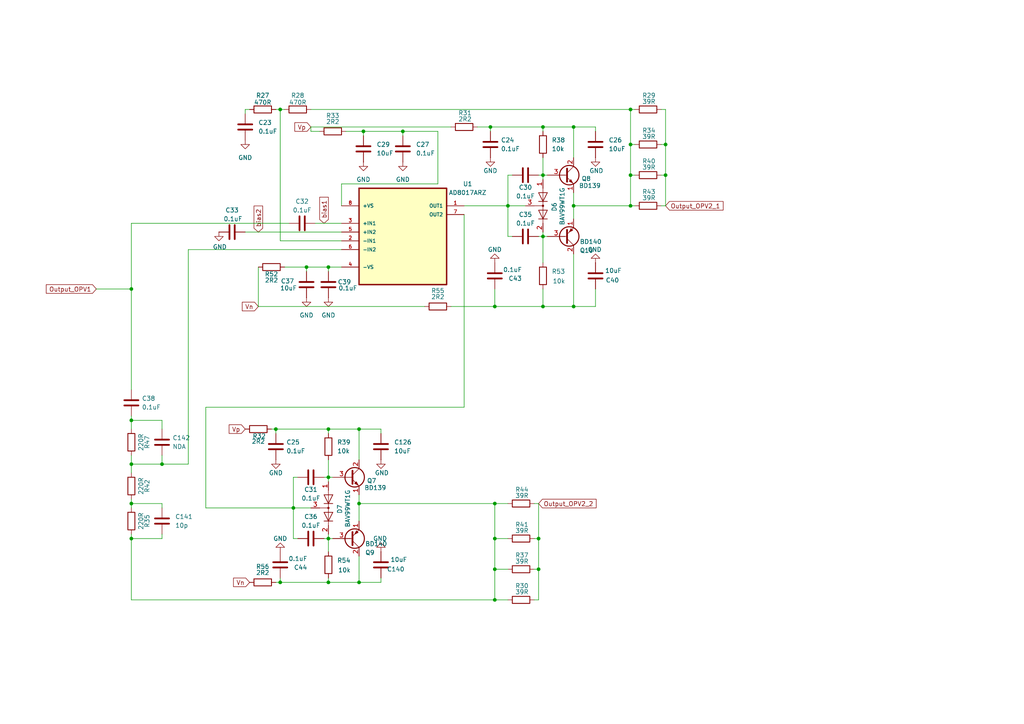
<source format=kicad_sch>
(kicad_sch (version 20231120) (generator "eeschema") (generator_version "8.0")
  (paper "A4")
  (lib_symbols
    (symbol "Device:C" (pin_numbers hide) (pin_names (offset 0.254))
      (property "Reference" "C" (at 0.635 2.54 0))
      (property "Value" "C" (at 0.635 -2.54 0))
      (symbol "C_0_1"
        (polyline (pts (xy -2.032 -0.762) (xy 2.032 -0.762)) (stroke (width 0.508)))
        (polyline (pts (xy -2.032 0.762) (xy 2.032 0.762)) (stroke (width 0.508)))
      )
      (symbol "C_1_1"
        (pin passive line (at 0 3.81 270) (length 2.794) (name "~") (number "1"))
        (pin passive line (at 0 -3.81 90) (length 2.794) (name "~") (number "2"))
      )
    )
    (symbol "Device:R" (pin_numbers hide) (pin_names (offset 0))
      (property "Reference" "R" (at 2.032 0 90))
      (property "Value" "R" (at 0 0 90))
      (symbol "R_0_1"
        (rectangle (start -1.016 -2.54) (end 1.016 2.54) (stroke (width 0.254)))
      )
      (symbol "R_1_1"
        (pin passive line (at 0 3.81 270) (length 1.27) (name "~") (number "1"))
        (pin passive line (at 0 -3.81 90) (length 1.27) (name "~") (number "2"))
      )
    )
    (symbol "Diode:BAV99" (pin_names hide)
      (property "Reference" "D" (at 0 5.08 0))
      (property "Value" "BAV99" (at 0 2.54 0))
      (symbol "BAV99_0_1"
        (polyline (pts (xy -5.08 0) (xy 5.08 0)))
      )
      (symbol "BAV99_1_1"
        (polyline (pts (xy 0 0) (xy 0 -2.54)))
        (polyline (pts (xy -1.27 -1.27) (xy -1.27 1.27) (xy -1.27 1.27)) (stroke (width 0.2032)))
        (polyline (pts (xy 3.81 1.27) (xy 3.81 -1.27) (xy 3.81 -1.27)) (stroke (width 0.2032)))
        (polyline (pts (xy -3.81 1.27) (xy -1.27 0) (xy -3.81 -1.27) (xy -3.81 1.27) (xy -3.81 1.27) (xy -3.81 1.27)) (stroke (width 0.2032)))
        (polyline (pts (xy 1.27 1.27) (xy 3.81 0) (xy 1.27 -1.27) (xy 1.27 1.27) (xy 1.27 1.27) (xy 1.27 1.27)) (stroke (width 0.2032)))
        (circle (center 0 0) (radius 0.254) (fill (type outline)))
        (pin passive line (at -7.62 0 0) (length 2.54) (name "K") (number "1"))
        (pin passive line (at 7.62 0 180) (length 2.54) (name "A") (number "2"))
        (pin passive line (at 0 -5.08 90) (length 2.54) (name "K") (number "3"))
      )
    )
    (symbol "New_Library_0:AD8017ARZ" (pin_names (offset 1.016))
      (property "Reference" "U" (at -4.9163 11.9213 0))
      (property "Value" "AD8017ARZ" (at -7.1327 -21.1179 0))
      (symbol "AD8017ARZ_0_0"
        (rectangle (start -12.7 10.16) (end 12.7 -17.78) (stroke (width 0.4064)) (fill (type background)))
        (pin output line (at 17.78 5.08 180) (length 5.08) (name "OUT1") (number "1"))
        (pin input line (at -17.78 -5.08 0) (length 5.08) (name "-IN1") (number "2"))
        (pin input line (at -17.78 0 0) (length 5.08) (name "+IN1") (number "3"))
        (pin power_in line (at -17.78 -12.7 0) (length 5.08) (name "-VS") (number "4"))
        (pin input line (at -17.78 -2.54 0) (length 5.08) (name "+IN2") (number "5"))
        (pin input line (at -17.78 -7.62 0) (length 5.08) (name "-IN2") (number "6"))
        (pin output line (at 17.78 2.54 180) (length 5.08) (name "OUT2") (number "7"))
        (pin power_in line (at -17.78 5.08 0) (length 5.08) (name "+VS") (number "8"))
      )
    )
    (symbol "Transistor_BJT:BD139" (pin_names (offset 0) hide)
      (property "Reference" "Q" (at 5.08 1.905 0))
      (property "Value" "BD139" (at 5.08 0 0))
      (symbol "BD139_0_1"
        (polyline (pts (xy 0 0) (xy 0.635 0)))
        (polyline (pts (xy 2.54 -2.54) (xy 0.635 -0.635)))
        (polyline (pts (xy 2.54 2.54) (xy 0.635 0.635)))
        (polyline (pts (xy 0.635 1.905) (xy 0.635 -1.905) (xy 0.635 -1.905)) (stroke (width 0.508)) (fill (type outline)))
        (polyline (pts (xy 1.2446 -1.778) (xy 1.7526 -1.27) (xy 2.286 -2.286) (xy 1.2446 -1.778) (xy 1.2446 -1.778)) (fill (type outline)))
        (circle (center 1.27 0) (radius 2.8194) (stroke (width 0.3048)))
      )
      (symbol "BD139_1_1"
        (pin passive line (at 2.54 -5.08 90) (length 2.54) (name "E") (number "1"))
        (pin passive line (at 2.54 5.08 270) (length 2.54) (name "C") (number "2"))
        (pin input line (at -5.08 0 0) (length 5.08) (name "B") (number "3"))
      )
    )
    (symbol "Transistor_BJT:BD140" (pin_names (offset 0) hide)
      (property "Reference" "Q" (at 5.08 1.905 0))
      (property "Value" "BD140" (at 5.08 0 0))
      (symbol "BD140_0_1"
        (polyline (pts (xy 0 0) (xy 0.635 0)))
        (polyline (pts (xy 2.54 -2.54) (xy 0.635 -0.635)))
        (polyline (pts (xy 2.54 2.54) (xy 0.635 0.635)))
        (polyline (pts (xy 0.635 1.905) (xy 0.635 -1.905) (xy 0.635 -1.905)) (stroke (width 0.508)) (fill (type outline)))
        (polyline (pts (xy 1.778 -2.286) (xy 2.286 -1.778) (xy 1.27 -1.27) (xy 1.778 -2.286) (xy 1.778 -2.286)) (fill (type outline)))
        (circle (center 1.27 0) (radius 2.8194) (stroke (width 0.3048)))
      )
      (symbol "BD140_1_1"
        (pin passive line (at 2.54 -5.08 90) (length 2.54) (name "E") (number "1"))
        (pin passive line (at 2.54 5.08 270) (length 2.54) (name "C") (number "2"))
        (pin input line (at -5.08 0 0) (length 5.08) (name "B") (number "3"))
      )
    )
    (symbol "power:GND" (power) (pin_numbers hide) (pin_names (offset 0) hide)
      (property "Value" "GND" (at 0 -3.81 0))
      (symbol "GND_0_1"
        (polyline (pts (xy 0 0) (xy 0 -1.27) (xy 1.27 -1.27) (xy 0 -2.54) (xy -1.27 -1.27) (xy 0 -1.27)))
      )
      (symbol "GND_1_1"
        (pin power_in line (at 0 0 270) (length 0) (name "~") (number "1"))
      )
    )
  )
  (junction (at 182.88 59.69))
  (junction (at 80.01 124.46))
  (junction (at 157.48 68.58))
  (junction (at 81.28 168.91))
  (junction (at 157.48 50.8))
  (junction (at 95.25 77.47))
  (junction (at 182.88 31.75))
  (junction (at 95.25 124.46))
  (junction (at 38.1 121.92))
  (junction (at 143.51 173.99))
  (junction (at 142.24 36.83))
  (junction (at 193.04 50.8))
  (junction (at 104.14 146.05))
  (junction (at 105.41 38.1))
  (junction (at 166.37 88.9))
  (junction (at 95.25 138.43))
  (junction (at 104.14 168.91))
  (junction (at 143.51 88.9))
  (junction (at 85.09 147.32))
  (junction (at 88.9 77.47))
  (junction (at 157.48 88.9))
  (junction (at 104.14 124.46))
  (junction (at 143.51 146.05))
  (junction (at 95.25 168.91))
  (junction (at 143.51 156.21))
  (junction (at 147.32 59.69))
  (junction (at 182.88 50.8))
  (junction (at 38.1 146.05))
  (junction (at 156.21 165.1))
  (junction (at 143.51 165.1))
  (junction (at 157.48 36.83))
  (junction (at 46.99 134.62))
  (junction (at 193.04 41.91))
  (junction (at 38.1 156.21))
  (junction (at 116.84 38.1))
  (junction (at 156.21 156.21))
  (junction (at 38.1 83.82))
  (junction (at 38.1 134.62))
  (junction (at 81.28 31.75))
  (junction (at 166.37 36.83))
  (junction (at 95.25 156.21))
  (junction (at 182.88 41.91))
  (junction (at 166.37 59.69))
  (wire (pts (xy 157.48 50.8) (xy 158.75 50.8)))
  (wire (pts (xy 147.32 59.69) (xy 152.4 59.69)))
  (wire (pts (xy 130.81 88.9) (xy 143.51 88.9)))
  (wire (pts (xy 88.9 77.47) (xy 95.25 77.47)))
  (wire (pts (xy 166.37 45.72) (xy 166.37 36.83)))
  (wire (pts (xy 95.25 156.21) (xy 96.52 156.21)))
  (wire (pts (xy 157.48 52.07) (xy 157.48 50.8)))
  (wire (pts (xy 166.37 59.69) (xy 166.37 63.5)))
  (wire (pts (xy 38.1 121.92) (xy 46.99 121.92)))
  (wire (pts (xy 95.25 154.94) (xy 95.25 156.21)))
  (wire (pts (xy 182.88 31.75) (xy 184.15 31.75)))
  (wire (pts (xy 147.32 59.69) (xy 147.32 68.58)))
  (wire (pts (xy 193.04 41.91) (xy 193.04 50.8)))
  (wire (pts (xy 104.14 161.29) (xy 104.14 168.91)))
  (wire (pts (xy 193.04 31.75) (xy 193.04 41.91)))
  (wire (pts (xy 143.51 146.05) (xy 143.51 156.21)))
  (wire (pts (xy 38.1 154.94) (xy 38.1 156.21)))
  (wire (pts (xy 95.25 139.7) (xy 95.25 138.43)))
  (wire (pts (xy 95.25 77.47) (xy 95.25 78.74)))
  (wire (pts (xy 143.51 156.21) (xy 147.32 156.21)))
  (wire (pts (xy 191.77 41.91) (xy 193.04 41.91)))
  (wire (pts (xy 38.1 132.08) (xy 38.1 134.62)))
  (wire (pts (xy 85.09 138.43) (xy 85.09 147.32)))
  (wire (pts (xy 104.14 146.05) (xy 143.51 146.05)))
  (wire (pts (xy 182.88 41.91) (xy 182.88 50.8)))
  (wire (pts (xy 134.62 59.69) (xy 147.32 59.69)))
  (wire (pts (xy 38.1 64.77) (xy 83.82 64.77)))
  (wire (pts (xy 81.28 168.91) (xy 95.25 168.91)))
  (wire (pts (xy 81.28 31.75) (xy 81.28 69.85)))
  (wire (pts (xy 46.99 124.46) (xy 46.99 121.92)))
  (wire (pts (xy 86.36 138.43) (xy 85.09 138.43)))
  (wire (pts (xy 127 53.34) (xy 127 38.1)))
  (wire (pts (xy 148.59 68.58) (xy 147.32 68.58)))
  (wire (pts (xy 143.51 88.9) (xy 157.48 88.9)))
  (wire (pts (xy 59.69 118.11) (xy 59.69 147.32)))
  (wire (pts (xy 86.36 156.21) (xy 85.09 156.21)))
  (wire (pts (xy 95.25 156.21) (xy 93.98 156.21)))
  (wire (pts (xy 90.17 38.1) (xy 90.17 36.83)))
  (wire (pts (xy 156.21 173.99) (xy 154.94 173.99)))
  (wire (pts (xy 127 38.1) (xy 116.84 38.1)))
  (wire (pts (xy 142.24 38.1) (xy 142.24 36.83)))
  (wire (pts (xy 38.1 156.21) (xy 46.99 156.21)))
  (wire (pts (xy 54.61 72.39) (xy 54.61 134.62)))
  (wire (pts (xy 90.17 31.75) (xy 182.88 31.75)))
  (wire (pts (xy 38.1 173.99) (xy 143.51 173.99)))
  (wire (pts (xy 38.1 120.65) (xy 38.1 121.92)))
  (wire (pts (xy 143.51 173.99) (xy 143.51 165.1)))
  (wire (pts (xy 80.01 168.91) (xy 81.28 168.91)))
  (wire (pts (xy 157.48 83.82) (xy 157.48 88.9)))
  (wire (pts (xy 157.48 68.58) (xy 158.75 68.58)))
  (wire (pts (xy 99.06 53.34) (xy 127 53.34)))
  (wire (pts (xy 154.94 165.1) (xy 156.21 165.1)))
  (wire (pts (xy 104.14 168.91) (xy 110.49 168.91)))
  (wire (pts (xy 85.09 147.32) (xy 90.17 147.32)))
  (wire (pts (xy 110.49 124.46) (xy 110.49 125.73)))
  (wire (pts (xy 157.48 68.58) (xy 156.21 68.58)))
  (wire (pts (xy 99.06 69.85) (xy 81.28 69.85)))
  (wire (pts (xy 91.44 64.77) (xy 99.06 64.77)))
  (wire (pts (xy 143.51 173.99) (xy 147.32 173.99)))
  (wire (pts (xy 71.12 33.02) (xy 71.12 31.75)))
  (wire (pts (xy 74.93 88.9) (xy 123.19 88.9)))
  (wire (pts (xy 71.12 67.31) (xy 99.06 67.31)))
  (wire (pts (xy 193.04 59.69) (xy 191.77 59.69)))
  (wire (pts (xy 95.25 168.91) (xy 104.14 168.91)))
  (wire (pts (xy 71.12 31.75) (xy 72.39 31.75)))
  (wire (pts (xy 105.41 39.37) (xy 105.41 38.1)))
  (wire (pts (xy 92.71 38.1) (xy 90.17 38.1)))
  (wire (pts (xy 38.1 134.62) (xy 38.1 137.16)))
  (wire (pts (xy 82.55 77.47) (xy 88.9 77.47)))
  (wire (pts (xy 104.14 124.46) (xy 110.49 124.46)))
  (wire (pts (xy 156.21 165.1) (xy 156.21 173.99)))
  (wire (pts (xy 156.21 146.05) (xy 156.21 156.21)))
  (wire (pts (xy 95.25 124.46) (xy 95.25 125.73)))
  (wire (pts (xy 88.9 78.74) (xy 88.9 77.47)))
  (wire (pts (xy 143.51 165.1) (xy 143.51 156.21)))
  (wire (pts (xy 80.01 31.75) (xy 81.28 31.75)))
  (wire (pts (xy 166.37 55.88) (xy 166.37 59.69)))
  (wire (pts (xy 157.48 67.31) (xy 157.48 68.58)))
  (wire (pts (xy 81.28 167.64) (xy 81.28 168.91)))
  (wire (pts (xy 80.01 125.73) (xy 80.01 124.46)))
  (wire (pts (xy 143.51 146.05) (xy 147.32 146.05)))
  (wire (pts (xy 78.74 124.46) (xy 80.01 124.46)))
  (wire (pts (xy 95.25 138.43) (xy 93.98 138.43)))
  (wire (pts (xy 182.88 41.91) (xy 184.15 41.91)))
  (wire (pts (xy 182.88 50.8) (xy 184.15 50.8)))
  (wire (pts (xy 38.1 64.77) (xy 38.1 83.82)))
  (wire (pts (xy 38.1 121.92) (xy 38.1 124.46)))
  (wire (pts (xy 166.37 88.9) (xy 172.72 88.9)))
  (wire (pts (xy 143.51 165.1) (xy 147.32 165.1)))
  (wire (pts (xy 157.48 36.83) (xy 157.48 38.1)))
  (wire (pts (xy 95.25 138.43) (xy 96.52 138.43)))
  (wire (pts (xy 38.1 83.82) (xy 38.1 113.03)))
  (wire (pts (xy 95.25 124.46) (xy 104.14 124.46)))
  (wire (pts (xy 46.99 154.94) (xy 46.99 156.21)))
  (wire (pts (xy 104.14 133.35) (xy 104.14 124.46)))
  (wire (pts (xy 166.37 36.83) (xy 172.72 36.83)))
  (wire (pts (xy 193.04 50.8) (xy 193.04 59.69)))
  (wire (pts (xy 38.1 144.78) (xy 38.1 146.05)))
  (wire (pts (xy 157.48 88.9) (xy 166.37 88.9)))
  (wire (pts (xy 110.49 168.91) (xy 110.49 167.64)))
  (wire (pts (xy 46.99 134.62) (xy 38.1 134.62)))
  (wire (pts (xy 74.93 77.47) (xy 74.93 88.9)))
  (wire (pts (xy 172.72 88.9) (xy 172.72 83.82)))
  (wire (pts (xy 157.48 50.8) (xy 156.21 50.8)))
  (wire (pts (xy 157.48 68.58) (xy 157.48 76.2)))
  (wire (pts (xy 134.62 62.23) (xy 134.62 118.11)))
  (wire (pts (xy 80.01 124.46) (xy 95.25 124.46)))
  (wire (pts (xy 99.06 53.34) (xy 99.06 59.69)))
  (wire (pts (xy 172.72 36.83) (xy 172.72 38.1)))
  (wire (pts (xy 95.25 167.64) (xy 95.25 168.91)))
  (wire (pts (xy 27.94 83.82) (xy 38.1 83.82)))
  (wire (pts (xy 182.88 31.75) (xy 182.88 41.91)))
  (wire (pts (xy 182.88 59.69) (xy 166.37 59.69)))
  (wire (pts (xy 157.48 36.83) (xy 166.37 36.83)))
  (wire (pts (xy 156.21 156.21) (xy 156.21 165.1)))
  (wire (pts (xy 104.14 146.05) (xy 104.14 151.13)))
  (wire (pts (xy 54.61 134.62) (xy 46.99 134.62)))
  (wire (pts (xy 166.37 73.66) (xy 166.37 88.9)))
  (wire (pts (xy 182.88 50.8) (xy 182.88 59.69)))
  (wire (pts (xy 143.51 83.82) (xy 143.51 88.9)))
  (wire (pts (xy 191.77 50.8) (xy 193.04 50.8)))
  (wire (pts (xy 81.28 31.75) (xy 82.55 31.75)))
  (wire (pts (xy 138.43 36.83) (xy 142.24 36.83)))
  (wire (pts (xy 182.88 59.69) (xy 184.15 59.69)))
  (wire (pts (xy 95.25 156.21) (xy 95.25 160.02)))
  (wire (pts (xy 95.25 133.35) (xy 95.25 138.43)))
  (wire (pts (xy 59.69 147.32) (xy 85.09 147.32)))
  (wire (pts (xy 54.61 72.39) (xy 99.06 72.39)))
  (wire (pts (xy 142.24 36.83) (xy 157.48 36.83)))
  (wire (pts (xy 100.33 38.1) (xy 105.41 38.1)))
  (wire (pts (xy 38.1 146.05) (xy 38.1 147.32)))
  (wire (pts (xy 116.84 38.1) (xy 116.84 39.37)))
  (wire (pts (xy 148.59 50.8) (xy 147.32 50.8)))
  (wire (pts (xy 46.99 147.32) (xy 46.99 146.05)))
  (wire (pts (xy 46.99 146.05) (xy 38.1 146.05)))
  (wire (pts (xy 134.62 118.11) (xy 59.69 118.11)))
  (wire (pts (xy 85.09 147.32) (xy 85.09 156.21)))
  (wire (pts (xy 90.17 36.83) (xy 130.81 36.83)))
  (wire (pts (xy 38.1 156.21) (xy 38.1 173.99)))
  (wire (pts (xy 154.94 146.05) (xy 156.21 146.05)))
  (wire (pts (xy 104.14 143.51) (xy 104.14 146.05)))
  (wire (pts (xy 191.77 31.75) (xy 193.04 31.75)))
  (wire (pts (xy 154.94 156.21) (xy 156.21 156.21)))
  (wire (pts (xy 105.41 38.1) (xy 116.84 38.1)))
  (wire (pts (xy 147.32 50.8) (xy 147.32 59.69)))
  (wire (pts (xy 95.25 77.47) (xy 99.06 77.47)))
  (wire (pts (xy 157.48 45.72) (xy 157.48 50.8)))
  (wire (pts (xy 46.99 132.08) (xy 46.99 134.62)))
  (global_label "Vn" (shape input) (at 74.93 88.9 180) (property "Intersheetrefs" "${INTERSHEET_REFS}" (effects (hide yes))))
  (global_label "Vp" (shape input) (at 90.17 36.83 180) (property "Intersheetrefs" "${INTERSHEET_REFS}" (effects (hide yes))))
  (global_label "Output_OPV2_2" (shape input) (at 156.21 146.05 0) (property "Intersheetrefs" "${INTERSHEET_REFS}" (effects (hide yes))))
  (global_label "Vp" (shape input) (at 71.12 124.46 180) (property "Intersheetrefs" "${INTERSHEET_REFS}" (effects (hide yes))))
  (global_label "bias2" (shape input) (at 74.93 67.31 90) (property "Intersheetrefs" "${INTERSHEET_REFS}" (effects (hide yes))))
  (global_label "Vn" (shape input) (at 72.39 168.91 180) (property "Intersheetrefs" "${INTERSHEET_REFS}" (effects (hide yes))))
  (global_label "Output_OPV2_1" (shape input) (at 193.04 59.69 0) (property "Intersheetrefs" "${INTERSHEET_REFS}" (effects (hide yes))))
  (global_label "Output_OPV1" (shape input) (at 27.94 83.82 180) (property "Intersheetrefs" "${INTERSHEET_REFS}" (effects (hide yes))))
  (global_label "bias1" (shape input) (at 93.98 64.77 90) (property "Intersheetrefs" "${INTERSHEET_REFS}" (effects (hide yes))))
  (symbol (lib_id "power:GND") (at 143.51 76.2 180) (unit 1)
    (property "Reference" "#PWR033" (effects (hide yes)))
    (property "Value" "GND" (at 143.51 72.39 0))
    (property "Description" "Power symbol creates a global label with name \"GND\" , ground" (effects (hide yes)))
  )
  (symbol (lib_id "Device:R") (at 157.48 41.91 0) (unit 1)
    (property "Reference" "R38" (at 160.02 40.6399 0) (effects (justify left)))
    (property "Value" "10k" (at 160.02 43.1799 0) (effects (justify left)))
    (property "Footprint" "Resistor_SMD:R_0603_1608Metric_Pad0.98x0.95mm_HandSolder" (effects (hide yes)))
    (property "Description" "Resistor" (effects (hide yes)))
  )
  (symbol (lib_id "power:GND") (at 88.9 86.36 0) (unit 1)
    (property "Reference" "#PWR026" (effects (hide yes)))
    (property "Value" "GND" (at 88.9 91.44 0))
    (property "Description" "Power symbol creates a global label with name \"GND\" , ground" (effects (hide yes)))
  )
  (symbol (lib_id "Device:R") (at 134.62 36.83 270) (unit 1)
    (property "Reference" "R31" (at 134.874 32.766 90))
    (property "Value" "2R2" (at 134.874 34.544 90))
    (property "Footprint" "Resistor_SMD:R_0603_1608Metric_Pad0.98x0.95mm_HandSolder" (effects (hide yes)))
    (property "Description" "Resistor" (effects (hide yes)))
  )
  (symbol (lib_id "Device:C") (at 95.25 82.55 0) (unit 1)
    (property "Reference" "C39" (at 101.854 81.788 0) (effects (justify right)))
    (property "Value" "0.1uF" (at 103.632 83.566 0) (effects (justify right)))
    (property "Footprint" "Capacitor_SMD:C_0603_1608Metric_Pad1.08x0.95mm_HandSolder" (effects (hide yes)))
    (property "Description" "Unpolarized capacitor" (effects (hide yes)))
  )
  (symbol (lib_id "power:GND") (at 71.12 40.64 0) (unit 1)
    (property "Reference" "#PWR023" (effects (hide yes)))
    (property "Value" "GND" (at 71.12 45.72 0))
    (property "Description" "Power symbol creates a global label with name \"GND\" , ground" (effects (hide yes)))
  )
  (symbol (lib_id "Device:R") (at 38.1 151.13 180) (unit 1)
    (property "Reference" "R35" (at 42.672 151.13 90))
    (property "Value" "220R" (at 40.894 151.13 90))
    (property "Footprint" "Resistor_SMD:R_0603_1608Metric_Pad0.98x0.95mm_HandSolder" (effects (hide yes)))
    (property "Description" "Resistor" (effects (hide yes)))
  )
  (symbol (lib_id "Device:R") (at 38.1 140.97 180) (unit 1)
    (property "Reference" "R42" (at 42.672 140.97 90))
    (property "Value" "220R" (at 40.894 140.97 90))
    (property "Footprint" "Resistor_SMD:R_0603_1608Metric_Pad0.98x0.95mm_HandSolder" (effects (hide yes)))
    (property "Description" "Resistor" (effects (hide yes)))
  )
  (symbol (lib_id "Device:C") (at 87.63 64.77 90) (unit 1)
    (property "Reference" "C32" (at 87.63 58.42 90))
    (property "Value" "0.1uF" (at 87.63 60.96 90))
    (property "Footprint" "Capacitor_SMD:C_0603_1608Metric_Pad1.08x0.95mm_HandSolder" (effects (hide yes)))
    (property "Description" "Unpolarized capacitor" (effects (hide yes)))
  )
  (symbol (lib_id "Device:R") (at 96.52 38.1 270) (unit 1)
    (property "Reference" "R33" (at 96.52 33.528 90))
    (property "Value" "2R2" (at 96.52 35.306 90))
    (property "Footprint" "Resistor_SMD:R_0603_1608Metric_Pad0.98x0.95mm_HandSolder" (effects (hide yes)))
    (property "Description" "Resistor" (effects (hide yes)))
  )
  (symbol (lib_id "Device:R") (at 127 88.9 270) (unit 1)
    (property "Reference" "R55" (at 127 84.328 90))
    (property "Value" "2R2" (at 127 86.106 90))
    (property "Footprint" "Resistor_SMD:R_0603_1608Metric_Pad0.98x0.95mm_HandSolder" (effects (hide yes)))
    (property "Description" "Resistor" (effects (hide yes)))
  )
  (symbol (lib_id "Device:R") (at 151.13 146.05 270) (unit 1)
    (property "Reference" "R44" (at 151.384 141.986 90))
    (property "Value" "39R" (at 151.384 143.764 90))
    (property "Footprint" "Resistor_SMD:R_0603_1608Metric_Pad0.98x0.95mm_HandSolder" (effects (hide yes)))
    (property "Description" "Resistor" (effects (hide yes)))
  )
  (symbol (lib_id "Device:C") (at 152.4 68.58 90) (unit 1)
    (property "Reference" "C35" (at 152.4 62.23 90))
    (property "Value" "0.1uF" (at 152.4 64.77 90))
    (property "Footprint" "Capacitor_SMD:C_0603_1608Metric_Pad1.08x0.95mm_HandSolder" (effects (hide yes)))
    (property "Description" "Unpolarized capacitor" (effects (hide yes)))
  )
  (symbol (lib_id "Device:C") (at 46.99 128.27 0) (unit 1)
    (property "Reference" "C142" (at 50.038 127 0) (effects (justify left)))
    (property "Value" "NDA" (at 50.038 129.54 0) (effects (justify left)))
    (property "Footprint" "Capacitor_SMD:C_0603_1608Metric_Pad1.08x0.95mm_HandSolder" (effects (hide yes)))
    (property "Description" "Unpolarized capacitor" (effects (hide yes)))
  )
  (symbol (lib_id "Device:R") (at 95.25 163.83 0) (unit 1)
    (property "Reference" "R54" (at 97.79 162.5599 0) (effects (justify left)))
    (property "Value" "10k" (at 98.044 165.3538 0) (effects (justify left)))
    (property "Footprint" "Resistor_SMD:R_0603_1608Metric_Pad0.98x0.95mm_HandSolder" (effects (hide yes)))
    (property "Description" "Resistor" (effects (hide yes)))
  )
  (symbol (lib_id "Diode:BAV99") (at 157.48 59.69 270) (unit 1)
    (property "Reference" "D6" (at 160.782 58.674 0) (effects (justify left)))
    (property "Value" "BAV99WT1G" (at 163.068 54.356 0) (effects (justify left)))
    (property "Footprint" "Package_TO_SOT_SMD:SOT-323_SC-70" (effects (hide yes)))
    (property "Datasheet" "https://assets.nexperia.com/documents/data-sheet/BAV99_SER.pdf" (effects (hide yes)))
    (property "Description" "BAV99 High-speed switching diodes, SOT-23" (effects (hide yes)))
  )
  (symbol (lib_id "Device:R") (at 76.2 168.91 270) (unit 1)
    (property "Reference" "R56" (at 76.2 164.338 90))
    (property "Value" "2R2" (at 76.2 166.116 90))
    (property "Footprint" "Resistor_SMD:R_0603_1608Metric_Pad0.98x0.95mm_HandSolder" (effects (hide yes)))
    (property "Description" "Resistor" (effects (hide yes)))
  )
  (symbol (lib_id "Device:R") (at 187.96 41.91 270) (unit 1)
    (property "Reference" "R34" (at 188.214 37.846 90))
    (property "Value" "39R" (at 188.214 39.624 90))
    (property "Footprint" "Resistor_SMD:R_0603_1608Metric_Pad0.98x0.95mm_HandSolder" (effects (hide yes)))
    (property "Description" "Resistor" (effects (hide yes)))
  )
  (symbol (lib_id "Device:C") (at 152.4 50.8 90) (unit 1)
    (property "Reference" "C30" (at 152.4 54.356 90))
    (property "Value" "0.1uF" (at 152.4 56.896 90))
    (property "Footprint" "Capacitor_SMD:C_0603_1608Metric_Pad1.08x0.95mm_HandSolder" (effects (hide yes)))
    (property "Description" "Unpolarized capacitor" (effects (hide yes)))
  )
  (symbol (lib_id "Device:C") (at 110.49 163.83 180) (unit 1)
    (property "Reference" "C140" (at 117.348 165.1 0) (effects (justify left)))
    (property "Value" "10uF" (at 118.11 162.306 0) (effects (justify left)))
    (property "Footprint" "Capacitor_SMD:C_1210_3225Metric_Pad1.33x2.70mm_HandSolder" (effects (hide yes)))
    (property "Description" "Unpolarized capacitor" (effects (hide yes)))
  )
  (symbol (lib_id "Device:C") (at 116.84 43.18 0) (unit 1)
    (property "Reference" "C27" (at 120.65 41.9099 0) (effects (justify left)))
    (property "Value" "0.1uF" (at 120.65 44.4499 0) (effects (justify left)))
    (property "Footprint" "Capacitor_SMD:C_0603_1608Metric_Pad1.08x0.95mm_HandSolder" (effects (hide yes)))
    (property "Description" "Unpolarized capacitor" (effects (hide yes)))
  )
  (symbol (lib_id "Device:R") (at 151.13 165.1 270) (unit 1)
    (property "Reference" "R37" (at 151.384 161.036 90))
    (property "Value" "39R" (at 151.384 162.814 90))
    (property "Footprint" "Resistor_SMD:R_0603_1608Metric_Pad0.98x0.95mm_HandSolder" (effects (hide yes)))
    (property "Description" "Resistor" (effects (hide yes)))
  )
  (symbol (lib_id "Device:C") (at 67.31 67.31 90) (unit 1)
    (property "Reference" "C33" (at 67.31 60.96 90))
    (property "Value" "0.1uF" (at 67.564 63.5 90))
    (property "Footprint" "Capacitor_SMD:C_0603_1608Metric_Pad1.08x0.95mm_HandSolder" (effects (hide yes)))
    (property "Description" "Unpolarized capacitor" (effects (hide yes)))
  )
  (symbol (lib_id "Device:C") (at 90.17 138.43 90) (unit 1)
    (property "Reference" "C31" (at 90.17 141.986 90))
    (property "Value" "0.1uF" (at 90.17 144.526 90))
    (property "Footprint" "Capacitor_SMD:C_0603_1608Metric_Pad1.08x0.95mm_HandSolder" (effects (hide yes)))
    (property "Description" "Unpolarized capacitor" (effects (hide yes)))
  )
  (symbol (lib_id "power:GND") (at 105.41 46.99 0) (unit 1)
    (property "Reference" "#PWR028" (effects (hide yes)))
    (property "Value" "GND" (at 105.41 52.07 0))
    (property "Description" "Power symbol creates a global label with name \"GND\" , ground" (effects (hide yes)))
  )
  (symbol (lib_id "Device:C") (at 80.01 129.54 0) (unit 1)
    (property "Reference" "C25" (at 83.058 128.27 0) (effects (justify left)))
    (property "Value" "0.1uF" (at 83.058 130.81 0) (effects (justify left)))
    (property "Footprint" "Capacitor_SMD:C_0603_1608Metric_Pad1.08x0.95mm_HandSolder" (effects (hide yes)))
    (property "Description" "Unpolarized capacitor" (effects (hide yes)))
  )
  (symbol (lib_id "power:GND") (at 63.5 67.31 0) (unit 1)
    (property "Reference" "#PWR022" (effects (hide yes)))
    (property "Value" "GND" (at 63.754 71.628 0))
    (property "Description" "Power symbol creates a global label with name \"GND\" , ground" (effects (hide yes)))
  )
  (symbol (lib_id "Device:C") (at 143.51 80.01 180) (unit 1)
    (property "Reference" "C43" (at 151.384 80.772 0) (effects (justify left)))
    (property "Value" "0.1uF" (at 151.384 78.232 0) (effects (justify left)))
    (property "Footprint" "Capacitor_SMD:C_0603_1608Metric_Pad1.08x0.95mm_HandSolder" (effects (hide yes)))
    (property "Description" "Unpolarized capacitor" (effects (hide yes)))
  )
  (symbol (lib_id "power:GND") (at 172.72 45.72 0) (unit 1)
    (property "Reference" "#PWR034" (effects (hide yes)))
    (property "Value" "GND" (at 172.974 49.53 0))
    (property "Description" "Power symbol creates a global label with name \"GND\" , ground" (effects (hide yes)))
  )
  (symbol (lib_id "Device:C") (at 81.28 163.83 180) (unit 1)
    (property "Reference" "C44" (at 89.154 164.592 0) (effects (justify left)))
    (property "Value" "0.1uF" (at 89.154 162.052 0) (effects (justify left)))
    (property "Footprint" "Capacitor_SMD:C_0603_1608Metric_Pad1.08x0.95mm_HandSolder" (effects (hide yes)))
    (property "Description" "Unpolarized capacitor" (effects (hide yes)))
  )
  (symbol (lib_id "Device:R") (at 151.13 156.21 270) (unit 1)
    (property "Reference" "R41" (at 151.384 152.146 90))
    (property "Value" "39R" (at 151.384 153.924 90))
    (property "Footprint" "Resistor_SMD:R_0603_1608Metric_Pad0.98x0.95mm_HandSolder" (effects (hide yes)))
    (property "Description" "Resistor" (effects (hide yes)))
  )
  (symbol (lib_id "Device:R") (at 86.36 31.75 90) (unit 1)
    (property "Reference" "R28" (at 86.36 27.686 90))
    (property "Value" "470R" (at 86.36 29.718 90))
    (property "Footprint" "Resistor_SMD:R_0603_1608Metric_Pad0.98x0.95mm_HandSolder" (effects (hide yes)))
    (property "Description" "Resistor" (effects (hide yes)))
  )
  (symbol (lib_id "Transistor_BJT:BD140") (at 101.6 156.21 0) (mirror x) (unit 1)
    (property "Reference" "Q9" (at 105.918 160.274 0) (effects (justify left)))
    (property "Value" "BD140" (at 105.918 157.734 0) (effects (justify left)))
    (property "Footprint" "Package_TO_SOT_THT:TO-126-3_Vertical" (effects (hide yes)))
    (property "Datasheet" "http://www.st.com/internet/com/TECHNICAL_RESOURCES/TECHNICAL_LITERATURE/DATASHEET/CD00001225.pdf" (effects (hide yes)))
    (property "Description" "1.5A Ic, 80V Vce, Low Voltage Transistor, TO-126" (effects (hide yes)))
  )
  (symbol (lib_id "Device:R") (at 187.96 31.75 270) (unit 1)
    (property "Reference" "R29" (at 188.214 27.686 90))
    (property "Value" "39R" (at 188.214 29.464 90))
    (property "Footprint" "Resistor_SMD:R_0603_1608Metric_Pad0.98x0.95mm_HandSolder" (effects (hide yes)))
    (property "Description" "Resistor" (effects (hide yes)))
  )
  (symbol (lib_id "Diode:BAV99") (at 95.25 147.32 270) (unit 1)
    (property "Reference" "D7" (at 98.552 146.304 0) (effects (justify left)))
    (property "Value" "BAV99WT1G" (at 100.838 141.986 0) (effects (justify left)))
    (property "Footprint" "Package_TO_SOT_SMD:SOT-323_SC-70" (effects (hide yes)))
    (property "Datasheet" "https://assets.nexperia.com/documents/data-sheet/BAV99_SER.pdf" (effects (hide yes)))
    (property "Description" "BAV99 High-speed switching diodes, SOT-23" (effects (hide yes)))
  )
  (symbol (lib_id "power:GND") (at 95.25 86.36 0) (unit 1)
    (property "Reference" "#PWR027" (effects (hide yes)))
    (property "Value" "GND" (at 95.25 91.44 0))
    (property "Description" "Power symbol creates a global label with name \"GND\" , ground" (effects (hide yes)))
  )
  (symbol (lib_id "power:GND") (at 142.24 45.72 0) (unit 1)
    (property "Reference" "#PWR032" (effects (hide yes)))
    (property "Value" "GND" (at 142.24 49.53 0))
    (property "Description" "Power symbol creates a global label with name \"GND\" , ground" (effects (hide yes)))
  )
  (symbol (lib_id "Device:R") (at 151.13 173.99 270) (unit 1)
    (property "Reference" "R30" (at 151.384 169.926 90))
    (property "Value" "39R" (at 151.384 171.704 90))
    (property "Footprint" "Resistor_SMD:R_0603_1608Metric_Pad0.98x0.95mm_HandSolder" (effects (hide yes)))
    (property "Description" "Resistor" (effects (hide yes)))
  )
  (symbol (lib_id "Device:C") (at 71.12 36.83 0) (unit 1)
    (property "Reference" "C23" (at 74.93 35.5599 0) (effects (justify left)))
    (property "Value" "0.1uF" (at 74.93 38.0999 0) (effects (justify left)))
    (property "Footprint" "Capacitor_SMD:C_0603_1608Metric_Pad1.08x0.95mm_HandSolder" (effects (hide yes)))
    (property "Description" "Unpolarized capacitor" (effects (hide yes)))
  )
  (symbol (lib_id "Device:R") (at 157.48 80.01 0) (unit 1)
    (property "Reference" "R53" (at 160.02 78.7399 0) (effects (justify left)))
    (property "Value" "10k" (at 160.274 81.5338 0) (effects (justify left)))
    (property "Footprint" "Resistor_SMD:R_0603_1608Metric_Pad0.98x0.95mm_HandSolder" (effects (hide yes)))
    (property "Description" "Resistor" (effects (hide yes)))
  )
  (symbol (lib_id "power:GND") (at 80.01 133.35 0) (unit 1)
    (property "Reference" "#PWR024" (effects (hide yes)))
    (property "Value" "GND" (at 80.01 137.16 0))
    (property "Description" "Power symbol creates a global label with name \"GND\" , ground" (effects (hide yes)))
  )
  (symbol (lib_id "Device:R") (at 76.2 31.75 90) (unit 1)
    (property "Reference" "R27" (at 76.2 27.686 90))
    (property "Value" "470R" (at 76.2 29.718 90))
    (property "Footprint" "Resistor_SMD:R_0603_1608Metric_Pad0.98x0.95mm_HandSolder" (effects (hide yes)))
    (property "Description" "Resistor" (effects (hide yes)))
  )
  (symbol (lib_id "Device:C") (at 46.99 151.13 0) (unit 1)
    (property "Reference" "C141" (at 50.8 149.8599 0) (effects (justify left)))
    (property "Value" "10p" (at 50.8 152.3999 0) (effects (justify left)))
    (property "Footprint" "Capacitor_SMD:C_0603_1608Metric_Pad1.08x0.95mm_HandSolder" (effects (hide yes)))
    (property "Description" "Unpolarized capacitor" (effects (hide yes)))
  )
  (symbol (lib_id "New_Library_0:AD8017ARZ") (at 116.84 64.77 0) (unit 1)
    (property "Reference" "U1" (at 135.636 53.34 0))
    (property "Value" "AD8017ARZ" (at 135.636 55.88 0))
    (property "Footprint" "Package_SO:SOIC-8_3.9x4.9mm_P1.27mm" (effects (hide yes)))
    (property "PACKAGE" "SOIC-8" (effects (hide yes)))
    (property "MPN" "AD8017ARZ" (effects (hide yes)))
  )
  (symbol (lib_id "Device:C") (at 172.72 41.91 0) (unit 1)
    (property "Reference" "C26" (at 176.53 40.6399 0) (effects (justify left)))
    (property "Value" "10uF" (at 176.53 43.1799 0) (effects (justify left)))
    (property "Footprint" "Capacitor_SMD:C_1210_3225Metric_Pad1.33x2.70mm_HandSolder" (effects (hide yes)))
    (property "Description" "Unpolarized capacitor" (effects (hide yes)))
  )
  (symbol (lib_id "Device:R") (at 78.74 77.47 270) (unit 1)
    (property "Reference" "R52" (at 78.74 79.502 90))
    (property "Value" "2R2" (at 78.74 81.28 90))
    (property "Footprint" "Resistor_SMD:R_0603_1608Metric_Pad0.98x0.95mm_HandSolder" (effects (hide yes)))
    (property "Description" "Resistor" (effects (hide yes)))
  )
  (symbol (lib_id "Device:C") (at 142.24 41.91 0) (unit 1)
    (property "Reference" "C24" (at 145.288 40.64 0) (effects (justify left)))
    (property "Value" "0.1uF" (at 145.288 43.18 0) (effects (justify left)))
    (property "Footprint" "Capacitor_SMD:C_0603_1608Metric_Pad1.08x0.95mm_HandSolder" (effects (hide yes)))
    (property "Description" "Unpolarized capacitor" (effects (hide yes)))
  )
  (symbol (lib_id "power:GND") (at 110.49 160.02 180) (unit 1)
    (property "Reference" "#PWR030" (effects (hide yes)))
    (property "Value" "GND" (at 110.236 156.21 0))
    (property "Description" "Power symbol creates a global label with name \"GND\" , ground" (effects (hide yes)))
  )
  (symbol (lib_id "Device:R") (at 74.93 124.46 270) (unit 1)
    (property "Reference" "R32" (at 75.184 126.492 90))
    (property "Value" "2R2" (at 74.93 128.016 90))
    (property "Footprint" "Resistor_SMD:R_0603_1608Metric_Pad0.98x0.95mm_HandSolder" (effects (hide yes)))
    (property "Description" "Resistor" (effects (hide yes)))
  )
  (symbol (lib_id "Device:C") (at 88.9 82.55 0) (unit 1)
    (property "Reference" "C37" (at 85.344 81.534 0) (effects (justify right)))
    (property "Value" "10uF" (at 86.106 83.566 0) (effects (justify right)))
    (property "Footprint" "Capacitor_SMD:C_1210_3225Metric_Pad1.33x2.70mm_HandSolder" (effects (hide yes)))
    (property "Description" "Unpolarized capacitor" (effects (hide yes)))
  )
  (symbol (lib_id "Device:C") (at 38.1 116.84 0) (unit 1)
    (property "Reference" "C38" (at 41.148 115.57 0) (effects (justify left)))
    (property "Value" "0.1uF" (at 41.148 118.11 0) (effects (justify left)))
    (property "Footprint" "Capacitor_SMD:C_0603_1608Metric_Pad1.08x0.95mm_HandSolder" (effects (hide yes)))
    (property "Description" "Unpolarized capacitor" (effects (hide yes)))
  )
  (symbol (lib_id "power:GND") (at 81.28 160.02 180) (unit 1)
    (property "Reference" "#PWR025" (effects (hide yes)))
    (property "Value" "GND" (at 81.28 156.21 0))
    (property "Description" "Power symbol creates a global label with name \"GND\" , ground" (effects (hide yes)))
  )
  (symbol (lib_id "Device:R") (at 187.96 59.69 270) (unit 1)
    (property "Reference" "R43" (at 188.214 55.626 90))
    (property "Value" "39R" (at 188.214 57.404 90))
    (property "Footprint" "Resistor_SMD:R_0603_1608Metric_Pad0.98x0.95mm_HandSolder" (effects (hide yes)))
    (property "Description" "Resistor" (effects (hide yes)))
  )
  (symbol (lib_id "Device:C") (at 90.17 156.21 90) (unit 1)
    (property "Reference" "C36" (at 90.17 149.86 90))
    (property "Value" "0.1uF" (at 90.17 152.4 90))
    (property "Footprint" "Capacitor_SMD:C_0603_1608Metric_Pad1.08x0.95mm_HandSolder" (effects (hide yes)))
    (property "Description" "Unpolarized capacitor" (effects (hide yes)))
  )
  (symbol (lib_id "Device:R") (at 38.1 128.27 180) (unit 1)
    (property "Reference" "R47" (at 42.672 128.27 90))
    (property "Value" "220R" (at 40.894 128.27 90))
    (property "Footprint" "Resistor_SMD:R_0603_1608Metric_Pad0.98x0.95mm_HandSolder" (effects (hide yes)))
    (property "Description" "Resistor" (effects (hide yes)))
  )
  (symbol (lib_id "Device:R") (at 187.96 50.8 270) (unit 1)
    (property "Reference" "R40" (at 188.214 46.736 90))
    (property "Value" "39R" (at 188.214 48.514 90))
    (property "Footprint" "Resistor_SMD:R_0603_1608Metric_Pad0.98x0.95mm_HandSolder" (effects (hide yes)))
    (property "Description" "Resistor" (effects (hide yes)))
  )
  (symbol (lib_id "Device:C") (at 172.72 80.01 180) (unit 1)
    (property "Reference" "C40" (at 179.578 81.28 0) (effects (justify left)))
    (property "Value" "10uF" (at 180.34 78.486 0) (effects (justify left)))
    (property "Footprint" "Capacitor_SMD:C_1210_3225Metric_Pad1.33x2.70mm_HandSolder" (effects (hide yes)))
    (property "Description" "Unpolarized capacitor" (effects (hide yes)))
  )
  (symbol (lib_id "Device:R") (at 95.25 129.54 0) (unit 1)
    (property "Reference" "R39" (at 97.79 128.2699 0) (effects (justify left)))
    (property "Value" "10k" (at 97.79 130.8099 0) (effects (justify left)))
    (property "Footprint" "Resistor_SMD:R_0603_1608Metric_Pad0.98x0.95mm_HandSolder" (effects (hide yes)))
    (property "Description" "Resistor" (effects (hide yes)))
  )
  (symbol (lib_id "power:GND") (at 172.72 76.2 180) (unit 1)
    (property "Reference" "#PWR035" (effects (hide yes)))
    (property "Value" "GND" (at 172.466 72.39 0))
    (property "Description" "Power symbol creates a global label with name \"GND\" , ground" (effects (hide yes)))
  )
  (symbol (lib_id "Transistor_BJT:BD139") (at 163.83 50.8 0) (unit 1)
    (property "Reference" "Q8" (at 168.656 51.816 0) (effects (justify left)))
    (property "Value" "BD139" (at 167.894 53.848 0) (effects (justify left)))
    (property "Footprint" "Package_TO_SOT_THT:TO-126-3_Vertical" (effects (hide yes)))
    (property "Datasheet" "http://www.st.com/internet/com/TECHNICAL_RESOURCES/TECHNICAL_LITERATURE/DATASHEET/CD00001225.pdf" (effects (hide yes)))
    (property "Description" "1.5A Ic, 80V Vce, Low Voltage Transistor, TO-126" (effects (hide yes)))
  )
  (symbol (lib_id "Transistor_BJT:BD139") (at 101.6 138.43 0) (unit 1)
    (property "Reference" "Q7" (at 106.426 139.446 0) (effects (justify left)))
    (property "Value" "BD139" (at 105.664 141.478 0) (effects (justify left)))
    (property "Footprint" "Package_TO_SOT_THT:TO-126-3_Vertical" (effects (hide yes)))
    (property "Datasheet" "http://www.st.com/internet/com/TECHNICAL_RESOURCES/TECHNICAL_LITERATURE/DATASHEET/CD00001225.pdf" (effects (hide yes)))
    (property "Description" "1.5A Ic, 80V Vce, Low Voltage Transistor, TO-126" (effects (hide yes)))
  )
  (symbol (lib_id "power:GND") (at 110.49 133.35 0) (unit 1)
    (property "Reference" "#PWR029" (effects (hide yes)))
    (property "Value" "GND" (at 110.744 137.16 0))
    (property "Description" "Power symbol creates a global label with name \"GND\" , ground" (effects (hide yes)))
  )
  (symbol (lib_id "power:GND") (at 116.84 46.99 0) (unit 1)
    (property "Reference" "#PWR031" (effects (hide yes)))
    (property "Value" "GND" (at 116.84 52.07 0))
    (property "Description" "Power symbol creates a global label with name \"GND\" , ground" (effects (hide yes)))
  )
  (symbol (lib_id "Transistor_BJT:BD140") (at 163.83 68.58 0) (mirror x) (unit 1)
    (property "Reference" "Q10" (at 168.148 72.644 0) (effects (justify left)))
    (property "Value" "BD140" (at 168.148 70.104 0) (effects (justify left)))
    (property "Footprint" "Package_TO_SOT_THT:TO-126-3_Vertical" (effects (hide yes)))
    (property "Datasheet" "http://www.st.com/internet/com/TECHNICAL_RESOURCES/TECHNICAL_LITERATURE/DATASHEET/CD00001225.pdf" (effects (hide yes)))
    (property "Description" "1.5A Ic, 80V Vce, Low Voltage Transistor, TO-126" (effects (hide yes)))
  )
  (symbol (lib_id "Device:C") (at 110.49 129.54 0) (unit 1)
    (property "Reference" "C126" (at 114.3 128.2699 0) (effects (justify left)))
    (property "Value" "10uF" (at 114.3 130.8099 0) (effects (justify left)))
    (property "Footprint" "Capacitor_SMD:C_1210_3225Metric_Pad1.33x2.70mm_HandSolder" (effects (hide yes)))
    (property "Description" "Unpolarized capacitor" (effects (hide yes)))
  )
  (symbol (lib_id "Device:C") (at 105.41 43.18 0) (unit 1)
    (property "Reference" "C29" (at 109.22 41.9099 0) (effects (justify left)))
    (property "Value" "10uF" (at 109.22 44.4499 0) (effects (justify left)))
    (property "Footprint" "Capacitor_SMD:C_1210_3225Metric_Pad1.33x2.70mm_HandSolder" (effects (hide yes)))
    (property "Description" "Unpolarized capacitor" (effects (hide yes)))
  )
)
</source>
